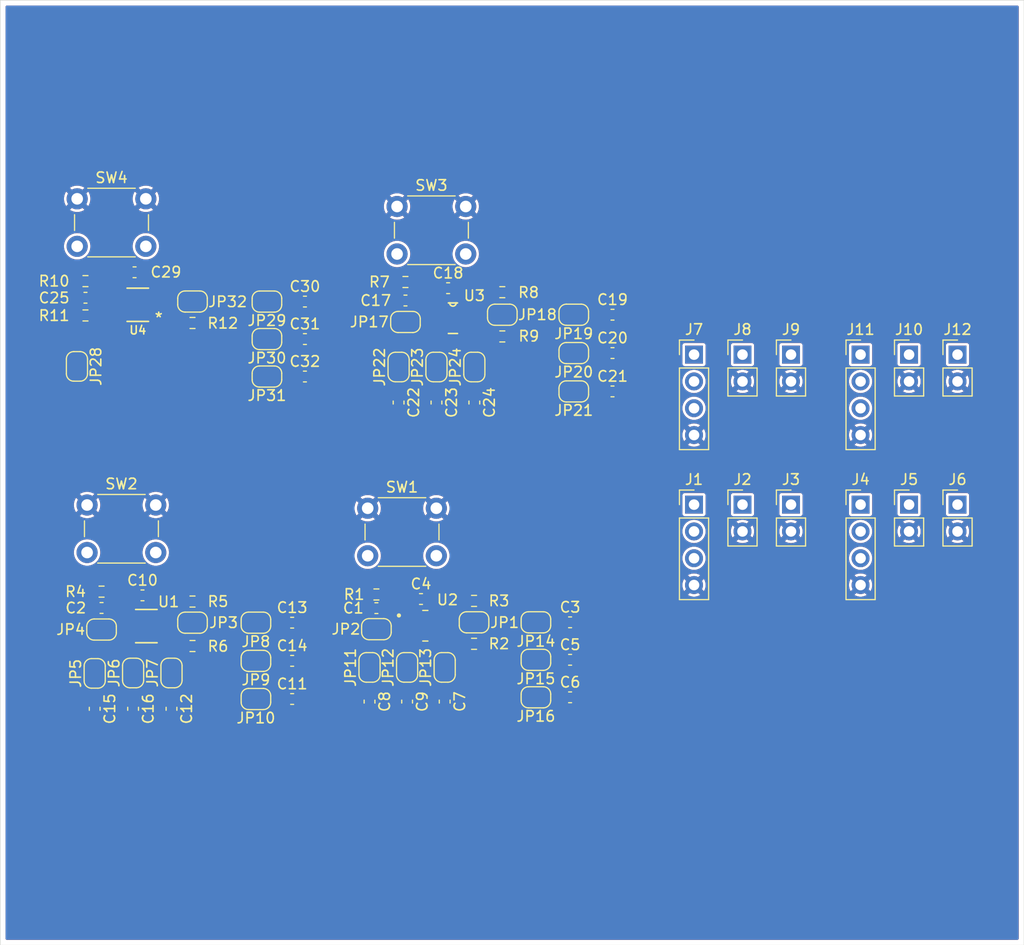
<source format=kicad_pcb>
(kicad_pcb (version 20241229) (generator "pcbnew") (generator_version "9.0")
  (layers (0 "F.Cu" signal) (2 "B.Cu" signal) (13 "F.Paste" user) (15 "B.Paste" user) (5 "F.SilkS" user "F.Silkscreen") (7 "B.SilkS" user "B.Silkscreen") (1 "F.Mask" user) (3 "B.Mask" user) (25 "Edge.Cuts" user))
  (net 0 "")
  (net 1 "Net-(U2-~{PB})")
  (net 2 "GND")
  (net 3 "Net-(U1-*PB)")
  (net 4 "/LTC2950/COFFT")
  (net 5 "VIN")
  (net 6 "/LTC2955/ON")
  (net 7 "/LTC2950/CONT")
  (net 8 "/LTC2954/CPDT")
  (net 9 "/LTC2954/CONT")
  (net 10 "Net-(JP1-B)")
  (net 11 "Net-(JP2-B)")
  (net 12 "Net-(JP3-B)")
  (net 13 "Net-(JP4-B)")
  (net 14 "Net-(R1-Pad1)")
  (net 15 "/LTC2951/~INT")
  (net 16 "VPU")
  (net 17 "/LTC2954/*INT")
  (net 18 "Net-(R4-Pad1)")
  (net 19 "/LTC2954/*KILL")
  (net 20 "/LTC2950/~{INT}")
  (net 21 "/LTC2954/EN{slash}~{EN}")
  (net 22 "/LTC2950/EN{slash}~{EN}")
  (net 23 "Net-(JP14-A)")
  (net 24 "Net-(JP15-A)")
  (net 25 "Net-(JP16-A)")
  (net 26 "Net-(JP13-A)")
  (net 27 "Net-(JP11-A)")
  (net 28 "Net-(JP12-A)")
  (net 29 "Net-(JP10-A)")
  (net 30 "Net-(JP7-A)")
  (net 31 "Net-(JP8-A)")
  (net 32 "Net-(JP9-A)")
  (net 33 "Net-(JP5-A)")
  (net 34 "Net-(JP6-A)")
  (net 35 "Net-(U3-~PB)")
  (net 36 "Net-(JP19-A)")
  (net 37 "Net-(JP20-A)")
  (net 38 "Net-(JP21-A)")
  (net 39 "Net-(JP22-A)")
  (net 40 "Net-(JP23-A)")
  (net 41 "Net-(JP24-A)")
  (net 42 "Net-(U4-*PB)")
  (net 43 "Net-(JP29-A)")
  (net 44 "Net-(JP30-A)")
  (net 45 "Net-(JP31-A)")
  (net 46 "Net-(JP17-B)")
  (net 47 "/LTC2951/CKILL")
  (net 48 "Net-(JP18-B)")
  (net 49 "/LTC2951/COFFT")
  (net 50 "/LTC2955/CTMR")
  (net 51 "Net-(JP32-B)")
  (net 52 "Net-(R7-Pad1)")
  (net 53 "/LTC2951/~KILL")
  (net 54 "/LTC2950/~{KILL}")
  (net 55 "Net-(R10-Pad1)")
  (net 56 "/LTC2955/*INT")
  (net 57 "/LTC2955/*KILL")
  (net 58 "/LTC2951/EN{slash}~{EN}")
  (net 59 "/LTC2955/EN{slash}~{EN}")
  (footprint "Connector_PinHeader_2.54mm:PinHeader_1x02_P2.54mm_Vertical" (layer "F.Cu") (at 185.714 83.4784)
    (property "Reference" "J10" (at 0 -2.38 0) (layer "F.SilkS"))
    (property "Value" "Conn_01x02")
    (pad "1" thru_hole rect (at 0 0) (size 1.7 1.7) (drill 1) (layers "*.Cu" "*.Mask") (net 59 "/LTC2955/EN{slash}~{EN}"))
    (pad "2" thru_hole circle (at 0 2.54) (size 1.7 1.7) (drill 1) (layers "*.Cu" "*.Mask") (net 2 "GND"))
  )
  (footprint "Jumper:SolderJumper-2_P1.3mm_Open_RoundedPad1.0x1.5mm" (layer "F.Cu") (at 140.9691 84.6528 90)
    (property "Reference" "JP23" (at 0 -1.8 90) (layer "F.SilkS"))
    (property "Value" "JMP2")
    (pad "1" smd custom (at -0.65 0 90) (size 1 0.5) (layers "F.Cu" "F.Mask") (net 40 "Net-(JP23-A)") (options (clearance outline) (anchor rect)) (primitives (gr_circle (center 0 0.25) (end 0.5 0.25) (width 0) (fill yes)) (gr_circle (center 0 -0.25) (end 0.5 -0.25) (width 0) (fill yes)) (gr_poly (pts (xy 0.5 0.75) (xy 0 0.75) (xy 0 -0.75) (xy 0.5 -0.75)) (width 0) (fill yes))))
    (pad "2" smd custom (at 0.65 0 90) (size 1 0.5) (layers "F.Cu" "F.Mask") (net 47 "/LTC2951/CKILL") (options (clearance outline) (anchor rect)) (primitives (gr_circle (center 0 0.25) (end 0.5 0.25) (width 0) (fill yes)) (gr_circle (center 0 -0.25) (end 0.5 -0.25) (width 0) (fill yes)) (gr_poly (pts (xy 0 0.75) (xy -0.5 0.75) (xy -0.5 -0.75) (xy 0 -0.75)) (width 0) (fill yes))))
  )
  (footprint "Capacitor_SMD:C_0603_1608Metric" (layer "F.Cu") (at 107.7374 78.0926 180)
    (property "Reference" "C25" (at 2.9718 -0.015 0) (layer "F.SilkS"))
    (property "Value" "100nF/25V")
    (pad "1" smd roundrect (at -0.775 0 180) (size 0.9 0.95) (layers "F.Cu" "F.Mask" "F.Paste") (net 42 "Net-(U4-*PB)"))
    (pad "2" smd roundrect (at 0.775 0 180) (size 0.9 0.95) (layers "F.Cu" "F.Mask" "F.Paste") (net 2 "GND"))
  )
  (footprint "Resistor_SMD:R_0603_1608Metric" (layer "F.Cu") (at 147.2026 81.7572)
    (property "Reference" "R9" (at 2.5146 -0.0254 0) (layer "F.SilkS"))
    (property "Value" "10K")
    (pad "1" smd roundrect (at -0.825 0) (size 0.8 0.95) (layers "F.Cu" "F.Mask" "F.Paste") (net 15 "/LTC2951/~INT"))
    (pad "2" smd roundrect (at 0.825 0) (size 0.8 0.95) (layers "F.Cu" "F.Mask" "F.Paste") (net 16 "VPU"))
  )
  (footprint "Connector_PinHeader_2.54mm:PinHeader_1x04_P2.54mm_Vertical" (layer "F.Cu") (at 165.354 83.4784)
    (property "Reference" "J7" (at 0 -2.38 0) (layer "F.SilkS"))
    (property "Value" "Conn_01x04")
    (pad "1" thru_hole rect (at 0 0) (size 1.7 1.7) (drill 1) (layers "*.Cu" "*.Mask") (net 16 "VPU"))
    (pad "2" thru_hole circle (at 0 2.54) (size 1.7 1.7) (drill 1) (layers "*.Cu" "*.Mask") (net 20 "/LTC2950/~{INT}"))
    (pad "3" thru_hole circle (at 0 5.08) (size 1.7 1.7) (drill 1) (layers "*.Cu" "*.Mask") (net 54 "/LTC2950/~{KILL}"))
    (pad "4" thru_hole circle (at 0 7.62) (size 1.7 1.7) (drill 1) (layers "*.Cu" "*.Mask") (net 2 "GND"))
  )
  (footprint "Jumper:SolderJumper-2_P1.3mm_Open_RoundedPad1.0x1.5mm" (layer "F.Cu") (at 138.1897 113.1088 90)
    (property "Reference" "JP12" (at 0 -1.8 90) (layer "F.SilkS"))
    (property "Value" "JMP2")
    (pad "1" smd custom (at -0.65 0 90) (size 1 0.5) (layers "F.Cu" "F.Mask") (net 28 "Net-(JP12-A)") (options (clearance outline) (anchor rect)) (primitives (gr_circle (center 0 0.25) (end 0.5 0.25) (width 0) (fill yes)) (gr_circle (center 0 -0.25) (end 0.5 -0.25) (width 0) (fill yes)) (gr_poly (pts (xy 0.5 0.75) (xy 0 0.75) (xy 0 -0.75) (xy 0.5 -0.75)) (width 0) (fill yes))))
    (pad "2" smd custom (at 0.65 0 90) (size 1 0.5) (layers "F.Cu" "F.Mask") (net 7 "/LTC2950/CONT") (options (clearance outline) (anchor rect)) (primitives (gr_circle (center 0 0.25) (end 0.5 0.25) (width 0) (fill yes)) (gr_circle (center 0 -0.25) (end 0.5 -0.25) (width 0) (fill yes)) (gr_poly (pts (xy 0 0.75) (xy -0.5 0.75) (xy -0.5 -0.75) (xy 0 -0.75)) (width 0) (fill yes))))
  )
  (footprint "Capacitor_SMD:C_0603_1608Metric" (layer "F.Cu") (at 127.3048 108.8722)
    (property "Reference" "C13" (at 0 -1.43 0) (layer "F.SilkS"))
    (property "Value" "470nF")
    (pad "1" smd roundrect (at -0.775 0) (size 0.9 0.95) (layers "F.Cu" "F.Mask" "F.Paste") (net 31 "Net-(JP8-A)"))
    (pad "2" smd roundrect (at 0.775 0) (size 0.9 0.95) (layers "F.Cu" "F.Mask" "F.Paste") (net 2 "GND"))
  )
  (footprint "LTC2954CTS8-2:LTC2954CTS8-2" (layer "F.Cu") (at 113.5022 109.1972)
    (property "Reference" "U1" (at 2.1082 -2.3016 0) (layer "F.SilkS"))
    (property "Value" "LTC2954CTS8-2_TRPBF")
    (pad "1" smd rect (at -1.143 -0.975) (size 1.2192 0.4064) (layers "F.Cu" "F.Mask" "F.Paste") (net 5 "VIN"))
    (pad "2" smd rect (at -1.143 -0.325) (size 1.2192 0.4064) (layers "F.Cu" "F.Mask" "F.Paste") (net 3 "Net-(U1-*PB)"))
    (pad "3" smd rect (at -1.143 0.325) (size 1.2192 0.4064) (layers "F.Cu" "F.Mask" "F.Paste") (net 13 "Net-(JP4-B)"))
    (pad "4" smd rect (at -1.143 0.975) (size 1.2192 0.4064) (layers "F.Cu" "F.Mask" "F.Paste") (net 2 "GND"))
    (pad "5" smd rect (at 1.143 0.975) (size 1.2192 0.4064) (layers "F.Cu" "F.Mask" "F.Paste") (net 17 "/LTC2954/*INT"))
    (pad "6" smd rect (at 1.143 0.325) (size 1.2192 0.4064) (layers "F.Cu" "F.Mask" "F.Paste") (net 21 "/LTC2954/EN{slash}~{EN}"))
    (pad "7" smd rect (at 1.143 -0.325) (size 1.2192 0.4064) (layers "F.Cu" "F.Mask" "F.Paste") (net 12 "Net-(JP3-B)"))
    (pad "8" smd rect (at 1.143 -0.975) (size 1.2192 0.4064) (layers "F.Cu" "F.Mask" "F.Paste") (net 19 "/LTC2954/*KILL"))
  )
  (footprint "Button_Switch_THT:SW_PUSH_6mm" (layer "F.Cu") (at 134.4572 98.0318)
    (property "Reference" "SW1" (at 3.25 -2 0) (layer "F.SilkS"))
    (property "Value" "SW_Push")
    (pad "1" thru_hole circle (at 0 0 90) (size 2 2) (drill 1.1) (layers "*.Cu" "*.Mask") (net 2 "GND"))
    (pad "1" thru_hole circle (at 6.5 0 90) (size 2 2) (drill 1.1) (layers "*.Cu" "*.Mask") (net 2 "GND"))
    (pad "2" thru_hole circle (at 0 4.5 90) (size 2 2) (drill 1.1) (layers "*.Cu" "*.Mask") (net 14 "Net-(R1-Pad1)"))
    (pad "2" thru_hole circle (at 6.5 4.5 90) (size 2 2) (drill 1.1) (layers "*.Cu" "*.Mask") (net 14 "Net-(R1-Pad1)"))
  )
  (footprint "Capacitor_SMD:C_0603_1608Metric" (layer "F.Cu") (at 128.5146 82.0042)
    (property "Reference" "C31" (at 0 -1.43 0) (layer "F.SilkS"))
    (property "Value" "1uF")
    (pad "1" smd roundrect (at -0.775 0) (size 0.9 0.95) (layers "F.Cu" "F.Mask" "F.Paste") (net 44 "Net-(JP30-A)"))
    (pad "2" smd roundrect (at 0.775 0) (size 0.9 0.95) (layers "F.Cu" "F.Mask" "F.Paste") (net 2 "GND"))
  )
  (footprint "Capacitor_SMD:C_0603_1608Metric" (layer "F.Cu") (at 112.3856 75.6796)
    (property "Reference" "C29" (at 2.9718 -0.015 0) (layer "F.SilkS"))
    (property "Value" "100nF/25V")
    (pad "1" smd roundrect (at -0.775 0) (size 0.9 0.95) (layers "F.Cu" "F.Mask" "F.Paste") (net 5 "VIN"))
    (pad "2" smd roundrect (at 0.775 0) (size 0.9 0.95) (layers "F.Cu" "F.Mask" "F.Paste") (net 2 "GND"))
  )
  (footprint "Jumper:SolderJumper-2_P1.3mm_Open_RoundedPad1.0x1.5mm" (layer "F.Cu") (at 108.6104 113.6774 90)
    (property "Reference" "JP5" (at 0 -1.8 90) (layer "F.SilkS"))
    (property "Value" "JMP2")
    (pad "1" smd custom (at -0.65 0 90) (size 1 0.5) (layers "F.Cu" "F.Mask") (net 33 "Net-(JP5-A)") (options (clearance outline) (anchor rect)) (primitives (gr_circle (center 0 0.25) (end 0.5 0.25) (width 0) (fill yes)) (gr_circle (center 0 -0.25) (end 0.5 -0.25) (width 0) (fill yes)) (gr_poly (pts (xy 0.5 0.75) (xy 0 0.75) (xy 0 -0.75) (xy 0.5 -0.75)) (width 0) (fill yes))))
    (pad "2" smd custom (at 0.65 0 90) (size 1 0.5) (layers "F.Cu" "F.Mask") (net 9 "/LTC2954/CONT") (options (clearance outline) (anchor rect)) (primitives (gr_circle (center 0 0.25) (end 0.5 0.25) (width 0) (fill yes)) (gr_circle (center 0 -0.25) (end 0.5 -0.25) (width 0) (fill yes)) (gr_poly (pts (xy 0 0.75) (xy -0.5 0.75) (xy -0.5 -0.75) (xy 0 -0.75)) (width 0) (fill yes))))
  )
  (footprint "Capacitor_SMD:C_0603_1608Metric" (layer "F.Cu") (at 157.636 86.9642)
    (property "Reference" "C21" (at 0 -1.43 0) (layer "F.SilkS"))
    (property "Value" "1uF")
    (pad "1" smd roundrect (at -0.775 0) (size 0.9 0.95) (layers "F.Cu" "F.Mask" "F.Paste") (net 38 "Net-(JP21-A)"))
    (pad "2" smd roundrect (at 0.775 0) (size 0.9 0.95) (layers "F.Cu" "F.Mask" "F.Paste") (net 2 "GND"))
  )
  (footprint "Capacitor_SMD:C_0603_1608Metric" (layer "F.Cu") (at 134.6322 116.347 -90)
    (property "Reference" "C8" (at 0 -1.43 90) (layer "F.SilkS"))
    (property "Value" "78nF")
    (pad "1" smd roundrect (at -0.775 0 270) (size 0.9 0.95) (layers "F.Cu" "F.Mask" "F.Paste") (net 27 "Net-(JP11-A)"))
    (pad "2" smd roundrect (at 0.775 0 270) (size 0.9 0.95) (layers "F.Cu" "F.Mask" "F.Paste") (net 2 "GND"))
  )
  (footprint "Connector_PinHeader_2.54mm:PinHeader_1x02_P2.54mm_Vertical" (layer "F.Cu") (at 169.944 83.4784)
    (property "Reference" "J8" (at 0 -2.38 0) (layer "F.SilkS"))
    (property "Value" "Conn_01x02")
    (pad "1" thru_hole rect (at 0 0) (size 1.7 1.7) (drill 1) (layers "*.Cu" "*.Mask") (net 5 "VIN"))
    (pad "2" thru_hole circle (at 0 2.54) (size 1.7 1.7) (drill 1) (layers "*.Cu" "*.Mask") (net 2 "GND"))
  )
  (footprint "Connector_PinHeader_2.54mm:PinHeader_1x02_P2.54mm_Vertical" (layer "F.Cu") (at 190.304 97.6884)
    (property "Reference" "J6" (at 0 -2.38 0) (layer "F.SilkS"))
    (property "Value" "Conn_01x02")
    (pad "1" thru_hole rect (at 0 0) (size 1.7 1.7) (drill 1) (layers "*.Cu" "*.Mask") (net 21 "/LTC2954/EN{slash}~{EN}"))
    (pad "2" thru_hole circle (at 0 2.54) (size 1.7 1.7) (drill 1) (layers "*.Cu" "*.Mask") (net 2 "GND"))
  )
  (footprint "Capacitor_SMD:C_0603_1608Metric" (layer "F.Cu") (at 128.5146 78.4542)
    (property "Reference" "C30" (at 0 -1.43 0) (layer "F.SilkS"))
    (property "Value" "560nF")
    (pad "1" smd roundrect (at -0.775 0) (size 0.9 0.95) (layers "F.Cu" "F.Mask" "F.Paste") (net 43 "Net-(JP29-A)"))
    (pad "2" smd roundrect (at 0.775 0) (size 0.9 0.95) (layers "F.Cu" "F.Mask" "F.Paste") (net 2 "GND"))
  )
  (footprint "Jumper:SolderJumper-2_P1.3mm_Open_RoundedPad1.0x1.5mm" (layer "F.Cu") (at 134.6322 113.1088 90)
    (property "Reference" "JP11" (at 0 -1.8 90) (layer "F.SilkS"))
    (property "Value" "JMP2")
    (pad "1" smd custom (at -0.65 0 90) (size 1 0.5) (layers "F.Cu" "F.Mask") (net 27 "Net-(JP11-A)") (options (clearance outline) (anchor rect)) (primitives (gr_circle (center 0 0.25) (end 0.5 0.25) (width 0) (fill yes)) (gr_circle (center 0 -0.25) (end 0.5 -0.25) (width 0) (fill yes)) (gr_poly (pts (xy 0.5 0.75) (xy 0 0.75) (xy 0 -0.75) (xy 0.5 -0.75)) (width 0) (fill yes))))
    (pad "2" smd custom (at 0.65 0 90) (size 1 0.5) (layers "F.Cu" "F.Mask") (net 7 "/LTC2950/CONT") (options (clearance outline) (anchor rect)) (primitives (gr_circle (center 0 0.25) (end 0.5 0.25) (width 0) (fill yes)) (gr_circle (center 0 -0.25) (end 0.5 -0.25) (width 0) (fill yes)) (gr_poly (pts (xy 0 0.75) (xy -0.5 0.75) (xy -0.5 -0.75) (xy 0 -0.75)) (width 0) (fill yes))))
  )
  (footprint "Capacitor_SMD:C_0603_1608Metric" (layer "F.Cu") (at 140.9691 88.018 -90)
    (property "Reference" "C23" (at 0 -1.43 90) (layer "F.SilkS"))
    (property "Value" "160nF")
    (pad "1" smd roundrect (at -0.775 0 270) (size 0.9 0.95) (layers "F.Cu" "F.Mask" "F.Paste") (net 40 "Net-(JP23-A)"))
    (pad "2" smd roundrect (at 0.775 0 270) (size 0.9 0.95) (layers "F.Cu" "F.Mask" "F.Paste") (net 2 "GND"))
  )
  (footprint "Capacitor_SMD:C_0603_1608Metric" (layer "F.Cu") (at 127.3048 116.1038)
    (property "Reference" "C11" (at 0 -1.43 0) (layer "F.SilkS"))
    (property "Value" "1uF")
    (pad "1" smd roundrect (at -0.775 0) (size 0.9 0.95) (layers "F.Cu" "F.Mask" "F.Paste") (net 29 "Net-(JP10-A)"))
    (pad "2" smd roundrect (at 0.775 0) (size 0.9 0.95) (layers "F.Cu" "F.Mask" "F.Paste") (net 2 "GND"))
  )
  (footprint "Capacitor_SMD:C_0603_1608Metric" (layer "F.Cu") (at 142.0718 77.1852)
    (property "Reference" "C18" (at 0 -1.43 0) (layer "F.SilkS"))
    (property "Value" "100nF/25V")
    (pad "1" smd roundrect (at -0.775 0) (size 0.9 0.95) (layers "F.Cu" "F.Mask" "F.Paste") (net 5 "VIN"))
    (pad "2" smd roundrect (at 0.775 0) (size 0.9 0.95) (layers "F.Cu" "F.Mask" "F.Paste") (net 2 "GND"))
  )
  (footprint "Jumper:SolderJumper-2_P1.3mm_Open_RoundedPad1.0x1.5mm" (layer "F.Cu") (at 106.9306 84.595 -90)
    (property "Reference" "JP28" (at 0 -1.8 90) (layer "F.SilkS"))
    (property "Value" "JMP2")
    (pad "1" smd custom (at -0.65 0 270) (size 1 0.5) (layers "F.Cu" "F.Mask") (net 2 "GND") (options (clearance outline) (anchor rect)) (primitives (gr_circle (center 0 0.25) (end 0.5 0.25) (width 0) (fill yes)) (gr_circle (center 0 -0.25) (end 0.5 -0.25) (width 0) (fill yes)) (gr_poly (pts (xy 0.5 0.75) (xy 0 0.75) (xy 0 -0.75) (xy 0.5 -0.75)) (width 0) (fill yes))))
    (pad "2" smd custom (at 0.65 0 270) (size 1 0.5) (layers "F.Cu" "F.Mask") (net 6 "/LTC2955/ON") (options (clearance outline) (anchor rect)) (primitives (gr_circle (center 0 0.25) (end 0.5 0.25) (width 0) (fill yes)) (gr_circle (center 0 -0.25) (end 0.5 -0.25) (width 0) (fill yes)) (gr_poly (pts (xy 0 0.75) (xy -0.5 0.75) (xy -0.5 -0.75) (xy 0 -0.75)) (width 0) (fill yes))))
  )
  (footprint "LTC2951ITS8-1:LTC2951ITS8-1" (layer "F.Cu") (at 142.529 80.03)
    (property "Reference" "U3" (at 2.032 -2.1336 0) (layer "F.SilkS"))
    (property "Value" "LTC2951ITS8-1")
    (pad "1" smd rect (at -1.2192 -0.9652) (size 1.2192 0.4064) (layers "F.Cu" "F.Mask" "F.Paste") (net 5 "VIN"))
    (pad "2" smd rect (at -1.2192 -0.3302) (size 1.2192 0.4064) (layers "F.Cu" "F.Mask" "F.Paste") (net 35 "Net-(U3-~PB)"))
    (pad "3" smd rect (at -1.2192 0.3302) (size 1.2192 0.4064) (layers "F.Cu" "F.Mask" "F.Paste") (net 46 "Net-(JP17-B)"))
    (pad "4" smd rect (at -1.2192 0.9652) (size 1.2192 0.4064) (layers "F.Cu" "F.Mask" "F.Paste") (net 2 "GND"))
    (pad "5" smd rect (at 1.2192 0.9652) (size 1.2192 0.4064) (layers "F.Cu" "F.Mask" "F.Paste") (net 15 "/LTC2951/~INT"))
    (pad "6" smd rect (at 1.2192 0.3302) (size 1.2192 0.4064) (layers "F.Cu" "F.Mask" "F.Paste") (net 58 "/LTC2951/EN{slash}~{EN}"))
    (pad "7" smd rect (at 1.2192 -0.3302) (size 1.2192 0.4064) (layers "F.Cu" "F.Mask" "F.Paste") (net 48 "Net-(JP18-B)"))
    (pad "8" smd rect (at 1.2192 -0.9652) (size 1.2192 0.4064) (layers "F.Cu" "F.Mask" "F.Paste") (net 53 "/LTC2951/~KILL"))
  )
  (footprint "Capacitor_SMD:C_0603_1608Metric" (layer "F.Cu") (at 144.555 88.018 -90)
    (property "Reference" "C24" (at 0 -1.43 90) (layer "F.SilkS"))
    (property "Value" "470nF")
    (pad "1" smd roundrect (at -0.775 0 270) (size 0.9 0.95) (layers "F.Cu" "F.Mask" "F.Paste") (net 41 "Net-(JP24-A)"))
    (pad "2" smd roundrect (at 0.775 0 270) (size 0.9 0.95) (layers "F.Cu" "F.Mask" "F.Paste") (net 2 "GND"))
  )
  (footprint "Jumper:SolderJumper-2_P1.3mm_Open_RoundedPad1.0x1.5mm" (layer "F.Cu") (at 150.3848 115.9416 180)
    (property "Reference" "JP16" (at 0 -1.8 0) (layer "F.SilkS"))
    (property "Value" "JMP2")
    (pad "1" smd custom (at -0.65 0 180) (size 1 0.5) (layers "F.Cu" "F.Mask") (net 25 "Net-(JP16-A)") (options (clearance outline) (anchor rect)) (primitives (gr_circle (center 0 0.25) (end 0.5 0.25) (width 0) (fill yes)) (gr_circle (center 0 -0.25) (end 0.5 -0.25) (width 0) (fill yes)) (gr_poly (pts (xy 0.5 0.75) (xy 0 0.75) (xy 0 -0.75) (xy 0.5 -0.75)) (width 0) (fill yes))))
    (pad "2" smd custom (at 0.65 0 180) (size 1 0.5) (layers "F.Cu" "F.Mask") (net 4 "/LTC2950/COFFT") (options (clearance outline) (anchor rect)) (primitives (gr_circle (center 0 0.25) (end 0.5 0.25) (width 0) (fill yes)) (gr_circle (center 0 -0.25) (end 0.5 -0.25) (width 0) (fill yes)) (gr_poly (pts (xy 0 0.75) (xy -0.5 0.75) (xy -0.5 -0.75) (xy 0 -0.75)) (width 0) (fill yes))))
  )
  (footprint "Connector_PinHeader_2.54mm:PinHeader_1x04_P2.54mm_Vertical" (layer "F.Cu") (at 181.124 83.4784)
    (property "Reference" "J11" (at 0 -2.38 0) (layer "F.SilkS"))
    (property "Value" "Conn_01x04")
    (pad "1" thru_hole rect (at 0 0) (size 1.7 1.7) (drill 1) (layers "*.Cu" "*.Mask") (net 16 "VPU"))
    (pad "2" thru_hole circle (at 0 2.54) (size 1.7 1.7) (drill 1) (layers "*.Cu" "*.Mask") (net 56 "/LTC2955/*INT"))
    (pad "3" thru_hole circle (at 0 5.08) (size 1.7 1.7) (drill 1) (layers "*.Cu" "*.Mask") (net 57 "/LTC2955/*KILL"))
    (pad "4" thru_hole circle (at 0 7.62) (size 1.7 1.7) (drill 1) (layers "*.Cu" "*.Mask") (net 2 "GND"))
  )
  (footprint "Jumper:SolderJumper-2_P1.3mm_Open_RoundedPad1.0x1.5mm" (layer "F.Cu") (at 135.2822 109.487)
    (property "Reference" "JP2" (at -2.8806 0 0) (layer "F.SilkS"))
    (property "Value" "JMP2")
    (pad "1" smd custom (at -0.65 0) (size 1 0.5) (layers "F.Cu" "F.Mask") (net 7 "/LTC2950/CONT") (options (clearance outline) (anchor rect)) (primitives (gr_circle (center 0 0.25) (end 0.5 0.25) (width 0) (fill yes)) (gr_circle (center 0 -0.25) (end 0.5 -0.25) (width 0) (fill yes)) (gr_poly (pts (xy 0.5 0.75) (xy 0 0.75) (xy 0 -0.75) (xy 0.5 -0.75)) (width 0) (fill yes))))
    (pad "2" smd custom (at 0.65 0) (size 1 0.5) (layers "F.Cu" "F.Mask") (net 11 "Net-(JP2-B)") (options (clearance outline) (anchor rect)) (primitives (gr_circle (center 0 0.25) (end 0.5 0.25) (width 0) (fill yes)) (gr_circle (center 0 -0.25) (end 0.5 -0.25) (width 0) (fill yes)) (gr_poly (pts (xy 0 0.75) (xy -0.5 0.75) (xy -0.5 -0.75) (xy 0 -0.75)) (width 0) (fill yes))))
  )
  (footprint "Jumper:SolderJumper-2_P1.3mm_Open_RoundedPad1.0x1.5mm" (layer "F.Cu") (at 109.2604 109.5222)
    (property "Reference" "JP4" (at -2.921 0 0) (layer "F.SilkS"))
    (property "Value" "JMP2")
    (pad "1" smd custom (at -0.65 0) (size 1 0.5) (layers "F.Cu" "F.Mask") (net 9 "/LTC2954/CONT") (options (clearance outline) (anchor rect)) (primitives (gr_circle (center 0 0.25) (end 0.5 0.25) (width 0) (fill yes)) (gr_circle (center 0 -0.25) (end 0.5 -0.25) (width 0) (fill yes)) (gr_poly (pts (xy 0.5 0.75) (xy 0 0.75) (xy 0 -0.75) (xy 0.5 -0.75)) (width 0) (fill yes))))
    (pad "2" smd custom (at 0.65 0) (size 1 0.5) (layers "F.Cu" "F.Mask") (net 13 "Net-(JP4-B)") (options (clearance outline) (anchor rect)) (primitives (gr_circle (center 0 0.25) (end 0.5 0.25) (width 0) (fill yes)) (gr_circle (center 0 -0.25) (end 0.5 -0.25) (width 0) (fill yes)) (gr_poly (pts (xy 0 0.75) (xy -0.5 0.75) (xy -0.5 -0.75) (xy 0 -0.75)) (width 0) (fill yes))))
  )
  (footprint "Resistor_SMD:R_0603_1608Metric" (layer "F.Cu") (at 117.872 80.4802)
    (property "Reference" "R12" (at 2.8702 0.0254 0) (layer "F.SilkS"))
    (property "Value" "10K")
    (pad "1" smd roundrect (at -0.825 0) (size 0.8 0.95) (layers "F.Cu" "F.Mask" "F.Paste") (net 57 "/LTC2955/*KILL"))
    (pad "2" smd roundrect (at 0.825 0) (size 0.8 0.95) (layers "F.Cu" "F.Mask" "F.Paste") (net 16 "VPU"))
  )
  (footprint "Resistor_SMD:R_0603_1608Metric" (layer "F.Cu") (at 147.2026 77.5662)
    (property "Reference" "R8" (at 2.4892 0.0254 0) (layer "F.SilkS"))
    (property "Value" "10K")
    (pad "1" smd roundrect (at -0.825 0) (size 0.8 0.95) (layers "F.Cu" "F.Mask" "F.Paste") (net 53 "/LTC2951/~KILL"))
    (pad "2" smd roundrect (at 0.825 0) (size 0.8 0.95) (layers "F.Cu" "F.Mask" "F.Paste") (net 16 "VPU"))
  )
  (footprint "Capacitor_SMD:C_0603_1608Metric" (layer "F.Cu") (at 127.3048 112.488)
    (property "Reference" "C14" (at 0 -1.43 0) (layer "F.SilkS"))
    (property "Value" "780nF")
    (pad "1" smd roundrect (at -0.775 0) (size 0.9 0.95) (layers "F.Cu" "F.Mask" "F.Paste") (net 32 "Net-(JP9-A)"))
    (pad "2" smd roundrect (at 0.775 0) (size 0.9 0.95) (layers "F.Cu" "F.Mask" "F.Paste") (net 2 "GND"))
  )
  (footprint "Capacitor_SMD:C_0603_1608Metric" (layer "F.Cu") (at 115.8816 117.0302 -90)
    (property "Reference" "C12" (at 0 -1.43 90) (layer "F.SilkS"))
    (property "Value" "320")
    (pad "1" smd roundrect (at -0.775 0 270) (size 0.9 0.95) (layers "F.Cu" "F.Mask" "F.Paste") (net 30 "Net-(JP7-A)"))
    (pad "2" smd roundrect (at 0.775 0 270) (size 0.9 0.95) (layers "F.Cu" "F.Mask" "F.Paste") (net 2 "GND"))
  )
  (footprint "Capacitor_SMD:C_0603_1608Metric" (layer "F.Cu") (at 113.1342 106.286)
    (property "Reference" "C10" (at 0 -1.43 0) (layer "F.SilkS"))
    (property "Value" "100nF/25V")
    (pad "1" smd roundrect (at -0.775 0) (size 0.9 0.95) (layers "F.Cu" "F.Mask" "F.Paste") (net 5 "VIN"))
    (pad "2" smd roundrect (at 0.775 0) (size 0.9 0.95) (layers "F.Cu" "F.Mask" "F.Paste") (net 2 "GND"))
  )
  (footprint "Resistor_SMD:R_0603_1608Metric" (layer "F.Cu") (at 144.5278 110.8736)
    (property "Reference" "R2" (at 2.3622 0 0) (layer "F.SilkS"))
    (property "Value" "10K")
    (pad "1" smd roundrect (at -0.825 0) (size 0.8 0.95) (layers "F.Cu" "F.Mask" "F.Paste") (net 20 "/LTC2950/~{INT}"))
    (pad "2" smd roundrect (at 0.825 0) (size 0.8 0.95) (layers "F.Cu" "F.Mask" "F.Paste") (net 16 "VPU"))
  )
  (footprint "Jumper:SolderJumper-2_P1.3mm_Open_RoundedPad1.0x1.5mm" (layer "F.Cu") (at 115.8816 113.637 90)
    (property "Reference" "JP7" (at 0 -1.8 90) (layer "F.SilkS"))
    (property "Value" "JMP2")
    (pad "1" smd custom (at -0.65 0 90) (size 1 0.5) (layers "F.Cu" "F.Mask") (net 30 "Net-(JP7-A)") (options (clearance outline) (anchor rect)) (primitives (gr_circle (center 0 0.25) (end 0.5 0.25) (width 0) (fill yes)) (gr_circle (center 0 -0.25) (end 0.5 -0.25) (width 0) (fill yes)) (gr_poly (pts (xy 0.5 0.75) (xy 0 0.75) (xy 0 -0.75) (xy 0.5 -0.75)) (width 0) (fill yes))))
    (pad "2" smd custom (at 0.65 0 90) (size 1 0.5) (layers "F.Cu" "F.Mask") (net 9 "/LTC2954/CONT") (options (clearance outline) (anchor rect)) (primitives (gr_circle (center 0 0.25) (end 0.5 0.25) (width 0) (fill yes)) (gr_circle (center 0 -0.25) (end 0.5 -0.25) (width 0) (fill yes)) (gr_poly (pts (xy 0 0.75) (xy -0.5 0.75) (xy -0.5 -0.75) (xy 0 -0.75)) (width 0) (fill yes))))
  )
  (footprint "Jumper:SolderJumper-2_P1.3mm_Open_RoundedPad1.0x1.5mm" (layer "F.Cu") (at 150.3848 112.3893 180)
    (property "Reference" "JP15" (at 0 -1.8 0) (layer "F.SilkS"))
    (property "Value" "JMP2")
    (pad "1" smd custom (at -0.65 0 180) (size 1 0.5) (layers "F.Cu" "F.Mask") (net 24 "Net-(JP15-A)") (options (clearance outline) (anchor rect)) (primitives (gr_circle (center 0 0.25) (end 0.5 0.25) (width 0) (fill yes)) (gr_circle (center 0 -0.25) (end 0.5 -0.25) (width 0) (fill yes)) (gr_poly (pts (xy 0.5 0.75) (xy 0 0.75) (xy 0 -0.75) (xy 0.5 -0.75)) (width 0) (fill yes))))
    (pad "2" smd custom (at 0.65 0 180) (size 1 0.5) (layers "F.Cu" "F.Mask") (net 4 "/LTC2950/COFFT") (options (clearance outline) (anchor rect)) (primitives (gr_circle (center 0 0.25) (end 0.5 0.25) (width 0) (fill yes)) (gr_circle (center 0 -0.25) (end 0.5 -0.25) (width 0) (fill yes)) (gr_poly (pts (xy 0 0.75) (xy -0.5 0.75) (xy -0.5 -0.75) (xy 0 -0.75)) (width 0) (fill yes))))
  )
  (footprint "Jumper:SolderJumper-2_P1.3mm_Open_RoundedPad1.0x1.5mm" (layer "F.Cu") (at 153.9694 86.9642 180)
    (property "Reference" "JP21" (at 0 -1.8 0) (layer "F.SilkS"))
    (property "Value" "JMP2")
    (pad "1" smd custom (at -0.65 0 180) (size 1 0.5) (layers "F.Cu" "F.Mask") (net 38 "Net-(JP21-A)") (options (clearance outline) (anchor rect)) (primitives (gr_circle (center 0 0.25) (end 0.5 0.25) (width 0) (fill yes)) (gr_circle (center 0 -0.25) (end 0.5 -0.25) (width 0) (fill yes)) (gr_poly (pts (xy 0.5 0.75) (xy 0 0.75) (xy 0 -0.75) (xy 0.5 -0.75)) (width 0) (fill yes))))
    (pad "2" smd custom (at 0.65 0 180) (size 1 0.5) (layers "F.Cu" "F.Mask") (net 49 "/LTC2951/COFFT") (options (clearance outline) (anchor rect)) (primitives (gr_circle (center 0 0.25) (end 0.5 0.25) (width 0) (fill yes)) (gr_circle (center 0 -0.25) (end 0.5 -0.25) (width 0) (fill yes)) (gr_poly (pts (xy 0 0.75) (xy -0.5 0.75) (xy -0.5 -0.75) (xy 0 -0.75)) (width 0) (fill yes))))
  )
  (footprint "Resistor_SMD:R_0603_1608Metric" (layer "F.Cu") (at 107.7374 76.5178)
    (property "Reference" "R10" (at -2.9718 0 0) (layer "F.SilkS"))
    (property "Value" "5K1")
    (pad "1" smd roundrect (at -0.825 0) (size 0.8 0.95) (layers "F.Cu" "F.Mask" "F.Paste") (net 55 "Net-(R10-Pad1)"))
    (pad "2" smd roundrect (at 0.825 0) (size 0.8 0.95) (layers "F.Cu" "F.Mask" "F.Paste") (net 42 "Net-(U4-*PB)"))
  )
  (footprint "Jumper:SolderJumper-2_P1.3mm_Open_RoundedPad1.0x1.5mm" (layer "F.Cu") (at 137.3832 84.6528 90)
    (property "Reference" "JP22" (at 0 -1.8 90) (layer "F.SilkS"))
    (property "Value" "JMP2")
    (pad "1" smd custom (at -0.65 0 90) (size 1 0.5) (layers "F.Cu" "F.Mask") (net 39 "Net-(JP22-A)") (options (clearance outline) (anchor rect)) (primitives (gr_circle (center 0 0.25) (end 0.5 0.25) (width 0) (fill yes)) (gr_circle (center 0 -0.25) (end 0.5 -0.25) (width 0) (fill yes)) (gr_poly (pts (xy 0.5 0.75) (xy 0 0.75) (xy 0 -0.75) (xy 0.5 -0.75)) (width 0) (fill yes))))
    (pad "2" smd custom (at 0.65 0 90) (size 1 0.5) (layers "F.Cu" "F.Mask") (net 47 "/LTC2951/CKILL") (options (clearance outline) (anchor rect)) (primitives (gr_circle (center 0 0.25) (end 0.5 0.25) (width 0) (fill yes)) (gr_circle (center 0 -0.25) (end 0.5 -0.25) (width 0) (fill yes)) (gr_poly (pts (xy 0 0.75) (xy -0.5 0.75) (xy -0.5 -0.75) (xy 0 -0.75)) (width 0) (fill yes))))
  )
  (footprint "Connector_PinHeader_2.54mm:PinHeader_1x04_P2.54mm_Vertical" (layer "F.Cu") (at 181.124 97.6884)
    (property "Reference" "J4" (at 0 -2.38 0) (layer "F.SilkS"))
    (property "Value" "Conn_01x04")
    (pad "1" thru_hole rect (at 0 0) (size 1.7 1.7) (drill 1) (layers "*.Cu" "*.Mask") (net 16 "VPU"))
    (pad "2" thru_hole circle (at 0 2.54) (size 1.7 1.7) (drill 1) (layers "*.Cu" "*.Mask") (net 17 "/LTC2954/*INT"))
    (pad "3" thru_hole circle (at 0 5.08) (size 1.7 1.7) (drill 1) (layers "*.Cu" "*.Mask") (net 19 "/LTC2954/*KILL"))
    (pad "4" thru_hole circle (at 0 7.62) (size 1.7 1.7) (drill 1) (layers "*.Cu" "*.Mask") (net 2 "GND"))
  )
  (footprint "Capacitor_SMD:C_0603_1608Metric" (layer "F.Cu") (at 141.7472 116.347 -90)
    (property "Reference" "C7" (at 0 -1.43 90) (layer "F.SilkS"))
    (property "Value" "320nF")
    (pad "1" smd roundrect (at -0.775 0 270) (size 0.9 0.95) (layers "F.Cu" "F.Mask" "F.Paste") (net 26 "Net-(JP13-A)"))
    (pad "2" smd roundrect (at 0.775 0 270) (size 0.9 0.95) (layers "F.Cu" "F.Mask" "F.Paste") (net 2 "GND"))
  )
  (footprint "Jumper:SolderJumper-2_P1.3mm_Open_RoundedPad1.0x1.5mm" (layer "F.Cu") (at 153.9694 79.6998 180)
    (property "Reference" "JP19" (at 0 -1.8 0) (layer "F.SilkS"))
    (property "Value" "JMP2")
    (pad "1" smd custom (at -0.65 0 180) (size 1 0.5) (layers "F.Cu" "F.Mask") (net 36 "Net-(JP19-A)") (options (clearance outline) (anchor rect)) (primitives (gr_circle (center 0 0.25) (end 0.5 0.25) (width 0) (fill yes)) (gr_circle (center 0 -0.25) (end 0.5 -0.25) (width 0) (fill yes)) (gr_poly (pts (xy 0.5 0.75) (xy 0 0.75) (xy 0 -0.75) (xy 0.5 -0.75)) (width 0) (fill yes))))
    (pad "2" smd custom (at 0.65 0 180) (size 1 0.5) (layers "F.Cu" "F.Mask") (net 49 "/LTC2951/COFFT") (options (clearance outline) (anchor rect)) (primitives (gr_circle (center 0 0.25) (end 0.5 0.25) (width 0) (fill yes)) (gr_circle (center 0 -0.25) (end 0.5 -0.25) (width 0) (fill yes)) (gr_poly (pts (xy 0 0.75) (xy -0.5 0.75) (xy -0.5 -0.75) (xy 0 -0.75)) (width 0) (fill yes))))
  )
  (footprint "Capacitor_SMD:C_0603_1608Metric" (layer "F.Cu") (at 157.636 79.6998)
    (property "Reference" "C19" (at 0 -1.43 0) (layer "F.SilkS"))
    (property "Value" "470nF")
    (pad "1" smd roundrect (at -0.775 0) (size 0.9 0.95) (layers "F.Cu" "F.Mask" "F.Paste") (net 36 "Net-(JP19-A)"))
    (pad "2" smd roundrect (at 0.775 0) (size 0.9 0.95) (layers "F.Cu" "F.Mask" "F.Paste") (net 2 "GND"))
  )
  (footprint "Capacitor_SMD:C_0603_1608Metric" (layer "F.Cu") (at 138.0332 78.3536 180)
    (property "Reference" "C17" (at 2.8194 0 0) (layer "F.SilkS"))
    (property "Value" "100nF/25V")
    (pad "1" smd roundrect (at -0.775 0 180) (size 0.9 0.95) (layers "F.Cu" "F.Mask" "F.Paste") (net 35 "Net-(U3-~PB)"))
    (pad "2" smd roundrect (at 0.775 0 180) (size 0.9 0.95) (layers "F.Cu" "F.Mask" "F.Paste") (net 2 "GND"))
  )
  (footprint "Capacitor_SMD:C_0603_1608Metric" (layer "F.Cu") (at 112.246 117.0302 -90)
    (property "Reference" "C16" (at 0 -1.43 90) (layer "F.SilkS"))
    (property "Value" "160nF")
    (pad "1" smd roundrect (at -0.775 0 270) (size 0.9 0.95) (layers "F.Cu" "F.Mask" "F.Paste") (net 34 "Net-(JP6-A)"))
    (pad "2" smd roundrect (at 0.775 0 270) (size 0.9 0.95) (layers "F.Cu" "F.Mask" "F.Paste") (net 2 "GND"))
  )
  (footprint "Capacitor_SMD:C_0603_1608Metric" (layer "F.Cu") (at 108.6104 117.0302 -90)
    (property "Reference" "C15" (at 0 -1.43 90) (layer "F.SilkS"))
    (property "Value" "78nF")
    (pad "1" smd roundrect (at -0.775 0 270) (size 0.9 0.95) (layers "F.Cu" "F.Mask" "F.Paste") (net 33 "Net-(JP5-A)"))
    (pad "2" smd roundrect (at 0.775 0 270) (size 0.9 0.95) (layers "F.Cu" "F.Mask" "F.Paste") (net 2 "GND"))
  )
  (footprint "Jumper:SolderJumper-2_P1.3mm_Open_RoundedPad1.0x1.5mm" (layer "F.Cu") (at 117.871 108.8722 180)
    (property "Reference" "JP3" (at -2.9464 0 0) (layer "F.SilkS"))
    (property "Value" "JMP2")
    (pad "1" smd custom (at -0.65 0 180) (size 1 0.5) (layers "F.Cu" "F.Mask") (net 8 "/LTC2954/CPDT") (options (clearance outline) (anchor rect)) (primitives (gr_circle (center 0 0.25) (end 0.5 0.25) (width 0) (fill yes)) (gr_circle (center 0 -0.25) (end 0.5 -0.25) (width 0) (fill yes)) (gr_poly (pts (xy 0.5 0.75) (xy 0 0.75) (xy 0 -0.75) (xy 0.5 -0.75)) (width 0) (fill yes))))
    (pad "2" smd custom (at 0.65 0 180) (size 1 0.5) (layers "F.Cu" "F.Mask") (net 12 "Net-(JP3-B)") (options (clearance outline) (anchor rect)) (primitives (gr_circle (center 0 0.25) (end 0.5 0.25) (width 0) (fill yes)) (gr_circle (center 0 -0.25) (end 0.5 -0.25) (width 0) (fill yes)) (gr_poly (pts (xy 0 0.75) (xy -0.5 0.75) (xy -0.5 -0.75) (xy 0 -0.75)) (width 0) (fill yes))))
  )
  (footprint "LTC2955CTS8-2:LTC2955CTS8-2_" (layer "F.Cu") (at 112.6904 78.7582 180)
    (property "Reference" "U4" (at 0 -2.4078 0) (layer "F.SilkS") (effects (font (size 0.787402 0.787402))))
    (property "Value" "LTC2955CTS8-2_TRPBF")
    (fp_text user "*" (at -1.9812 -1.2446 0) (layer "F.SilkS"))
    (pad "1" smd rect (at -1.143 -0.975 180) (size 1.2192 0.4064) (layers "F.Cu" "F.Mask" "F.Paste") (net 6 "/LTC2955/ON"))
    (pad "2" smd rect (at -1.143 -0.325 180) (size 1.2192 0.4064) (layers "F.Cu" "F.Mask" "F.Paste") (net 57 "/LTC2955/*KILL"))
    (pad "3" smd rect (at -1.143 0.325 180) (size 1.2192 0.4064) (layers "F.Cu" "F.Mask" "F.Paste") (net 51 "Net-(JP32-B)"))
    (pad "4" smd rect (at -1.143 0.975 180) (size 1.2192 0.4064) (layers "F.Cu" "F.Mask" "F.Paste") (net 2 "GND"))
    (pad "5" smd rect (at 1.143 0.975 180) (size 1.2192 0.4064) (layers "F.Cu" "F.Mask" "F.Paste") (net 42 "Net-(U4-*PB)"))
    (pad "6" smd rect (at 1.143 0.325 180) (size 1.2192 0.4064) (layers "F.Cu" "F.Mask" "F.Paste") (net 5 "VIN"))
    (pad "7" smd rect (at 1.143 -0.325 180) (size 1.2192 0.4064) (layers "F.Cu" "F.Mask" "F.Paste") (net 59 "/LTC2955/EN{slash}~{EN}"))
    (pad "8" smd rect (at 1.143 -0.975 180) (size 1.2192 0.4064) (layers "F.Cu" "F.Mask" "F.Paste") (net 56 "/LTC2955/*INT"))
  )
  (footprint "Capacitor_SMD:C_0603_1608Metric" (layer "F.Cu") (at 139.5038 106.6318)
    (property "Reference" "C4" (at 0 -1.43 0) (layer "F.SilkS"))
    (property "Value" "100nF/25V")
    (pad "1" smd roundrect (at -0.775 0) (size 0.9 0.95) (layers "F.Cu" "F.Mask" "F.Paste") (net 5 "VIN"))
    (pad "2" smd roundrect (at 0.775 0) (size 0.9 0.95) (layers "F.Cu" "F.Mask" "F.Paste") (net 2 "GND"))
  )
  (footprint "Jumper:SolderJumper-2_P1.3mm_Open_RoundedPad1.0x1.5mm" (layer "F.Cu") (at 144.5278 108.837 180)
    (property "Reference" "JP1" (at -2.8956 -0.0254 0) (layer "F.SilkS"))
    (property "Value" "JMP2")
    (pad "1" smd custom (at -0.65 0 180) (size 1 0.5) (layers "F.Cu" "F.Mask") (net 4 "/LTC2950/COFFT") (options (clearance outline) (anchor rect)) (primitives (gr_circle (center 0 0.25) (end 0.5 0.25) (width 0) (fill yes)) (gr_circle (center 0 -0.25) (end 0.5 -0.25) (width 0) (fill yes)) (gr_poly (pts (xy 0.5 0.75) (xy 0 0.75) (xy 0 -0.75) (xy 0.5 -0.75)) (width 0) (fill yes))))
    (pad "2" smd custom (at 0.65 0 180) (size 1 0.5) (layers "F.Cu" "F.Mask") (net 10 "Net-(JP1-B)") (options (clearance outline) (anchor rect)) (primitives (gr_circle (center 0 0.25) (end 0.5 0.25) (width 0) (fill yes)) (gr_circle (center 0 -0.25) (end 0.5 -0.25) (width 0) (fill yes)) (gr_poly (pts (xy 0 0.75) (xy -0.5 0.75) (xy -0.5 -0.75) (xy 0 -0.75)) (width 0) (fill yes))))
  )
  (footprint "Resistor_SMD:R_0603_1608Metric" (layer "F.Cu") (at 109.2604 105.9304)
    (property "Reference" "R4" (at -2.4638 0 0) (layer "F.SilkS"))
    (property "Value" "5K1")
    (pad "1" smd roundrect (at -0.825 0) (size 0.8 0.95) (layers "F.Cu" "F.Mask" "F.Paste") (net 18 "Net-(R4-Pad1)"))
    (pad "2" smd roundrect (at 0.825 0) (size 0.8 0.95) (layers "F.Cu" "F.Mask" "F.Paste") (net 3 "Net-(U1-*PB)"))
  )
  (footprint "Jumper:SolderJumper-2_P1.3mm_Open_RoundedPad1.0x1.5mm" (layer "F.Cu") (at 117.872 78.4482 180)
    (property "Reference" "JP32" (at -3.3274 -0.0254 0) (layer "F.SilkS"))
    (property "Value" "JMP2")
    (pad "1" smd custom (at -0.65 0 180) (size 1 0.5) (layers "F.Cu" "F.Mask") (net 50 "/LTC2955/CTMR") (options (clearance outline) (anchor rect)) (primitives (gr_circle (center 0 0.25) (end 0.5 0.25) (width 0) (fill yes)) (gr_circle (center 0 -0.25) (end 0.5 -0.25) (width 0) (fill yes)) (gr_poly (pts (xy 0.5 0.75) (xy 0 0.75) (xy 0 -0.75) (xy 0.5 -0.75)) (width 0) (fill yes))))
    (pad "2" smd custom (at 0.65 0 180) (size 1 0.5) (layers "F.Cu" "F.Mask") (net 51 "Net-(JP32-B)") (options (clearance outline) (anchor rect)) (primitives (gr_circle (center 0 0.25) (end 0.5 0.25) (width 0) (fill yes)) (gr_circle (center 0 -0.25) (end 0.5 -0.25) (width 0) (fill yes)) (gr_poly (pts (xy 0 0.75) (xy -0.5 0.75) (xy -0.5 -0.75) (xy 0 -0.75)) (width 0) (fill yes))))
  )
  (footprint "Jumper:SolderJumper-2_P1.3mm_Open_RoundedPad1.0x1.5mm" (layer "F.Cu") (at 124.9182 85.5542 180)
    (property "Reference" "JP31" (at 0 -1.8 0) (layer "F.SilkS"))
    (property "Value" "JMP2")
    (pad "1" smd custom (at -0.65 0 180) (size 1 0.5) (layers "F.Cu" "F.Mask") (net 45 "Net-(JP31-A)") (options (clearance outline) (anchor rect)) (primitives (gr_circle (center 0 0.25) (end 0.5 0.25) (width 0) (fill yes)) (gr_circle (center 0 -0.25) (end 0.5 -0.25) (width 0) (fill yes)) (gr_poly (pts (xy 0.5 0.75) (xy 0 0.75) (xy 0 -0.75) (xy 0.5 -0.75)) (width 0) (fill yes))))
    (pad "2" smd custom (at 0.65 0 180) (size 1 0.5) (layers "F.Cu" "F.Mask") (net 50 "/LTC2955/CTMR") (options (clearance outline) (anchor rect)) (primitives (gr_circle (center 0 0.25) (end 0.5 0.25) (width 0) (fill yes)) (gr_circle (center 0 -0.25) (end 0.5 -0.25) (width 0) (fill yes)) (gr_poly (pts (xy 0 0.75) (xy -0.5 0.75) (xy -0.5 -0.75) (xy 0 -0.75)) (width 0) (fill yes))))
  )
  (footprint "Button_Switch_THT:SW_PUSH_6mm" (layer "F.Cu") (at 106.9524 68.72)
    (property "Reference" "SW4" (at 3.25 -2 0) (layer "F.SilkS"))
    (property "Value" "SW_Push")
    (pad "1" thru_hole circle (at 0 0 90) (size 2 2) (drill 1.1) (layers "*.Cu" "*.Mask") (net 2 "GND"))
    (pad "1" thru_hole circle (at 6.5 0 90) (size 2 2) (drill 1.1) (layers "*.Cu" "*.Mask") (net 2 "GND"))
    (pad "2" thru_hole circle (at 0 4.5 90) (size 2 2) (drill 1.1) (layers "*.Cu" "*.Mask") (net 55 "Net-(R10-Pad1)"))
    (pad "2" thru_hole circle (at 6.5 4.5 90) (size 2 2) (drill 1.1) (layers "*.Cu" "*.Mask") (net 55 "Net-(R10-Pad1)"))
  )
  (footprint "LTC2950ITS8-2:LTC2950ITS8-2" (layer "F.Cu") (at 139.9138 109.162)
    (property "Reference" "U2" (at 2.0994 -2.454 0) (layer "F.SilkS"))
    (property "Value" "LTC2950ITS8-2_TRMPBF")
    (pad "1" smd roundrect (at -1.185 -0.975) (size 1.24 0.46) (layers "F.Cu" "F.Mask" "F.Paste") (roundrect_rratio 0.125) (net 5 "VIN"))
    (pad "2" smd roundrect (at -1.185 -0.325) (size 1.24 0.46) (layers "F.Cu" "F.Mask" "F.Paste") (roundrect_rratio 0.125) (net 1 "Net-(U2-~{PB})"))
    (pad "3" smd roundrect (at -1.185 0.325) (size 1.24 0.46) (layers "F.Cu" "F.Mask" "F.Paste") (roundrect_rratio 0.125) (net 11 "Net-(JP2-B)"))
    (pad "4" smd roundrect (at -1.185 0.975) (size 1.24 0.46) (layers "F.Cu" "F.Mask" "F.Paste") (roundrect_rratio 0.125) (net 2 "GND"))
    (pad "5" smd roundrect (at 1.185 0.975) (size 1.24 0.46) (layers "F.Cu" "F.Mask" "F.Paste") (roundrect_rratio 0.125) (net 20 "/LTC2950/~{INT}"))
    (pad "6" smd roundrect (at 1.185 0.325) (size 1.24 0.46) (layers "F.Cu" "F.Mask" "F.Paste") (roundrect_rratio 0.125) (net 22 "/LTC2950/EN{slash}~{EN}"))
    (pad "7" smd roundrect (at 1.185 -0.325) (size 1.24 0.46) (layers "F.Cu" "F.Mask" "F.Paste") (roundrect_rratio 0.125) (net 10 "Net-(JP1-B)"))
    (pad "8" smd roundrect (at 1.185 -0.975) (size 1.24 0.46) (layers "F.Cu" "F.Mask" "F.Paste") (roundrect_rratio 0.125) (net 54 "/LTC2950/~{KILL}"))
  )
  (footprint "Jumper:SolderJumper-2_P1.3mm_Open_RoundedPad1.0x1.5mm" (layer "F.Cu") (at 153.9694 83.332 180)
    (property "Reference" "JP20" (at 0 -1.8 0) (layer "F.SilkS"))
    (property "Value" "JMP2")
    (pad "1" smd custom (at -0.65 0 180) (size 1 0.5) (layers "F.Cu" "F.Mask") (net 37 "Net-(JP20-A)") (options (clearance outline) (anchor rect)) (primitives (gr_circle (center 0 0.25) (end 0.5 0.25) (width 0) (fill yes)) (gr_circle (center 0 -0.25) (end 0.5 -0.25) (width 0) (fill yes)) (gr_poly (pts (xy 0.5 0.75) (xy 0 0.75) (xy 0 -0.75) (xy 0.5 -0.75)) (width 0) (fill yes))))
    (pad "2" smd custom (at 0.65 0 180) (size 1 0.5) (layers "F.Cu" "F.Mask") (net 49 "/LTC2951/COFFT") (options (clearance outline) (anchor rect)) (primitives (gr_circle (center 0 0.25) (end 0.5 0.25) (width 0) (fill yes)) (gr_circle (center 0 -0.25) (end 0.5 -0.25) (width 0) (fill yes)) (gr_poly (pts (xy 0 0.75) (xy -0.5 0.75) (xy -0.5 -0.75) (xy 0 -0.75)) (width 0) (fill yes))))
  )
  (footprint "Connector_PinHeader_2.54mm:PinHeader_1x02_P2.54mm_Vertical" (layer "F.Cu") (at 190.304 83.4784)
    (property "Reference" "J12" (at 0 -2.38 0) (layer "F.SilkS"))
    (property "Value" "Conn_01x02")
    (pad "1" thru_hole rect (at 0 0) (size 1.7 1.7) (drill 1) (layers "*.Cu" "*.Mask") (net 5 "VIN"))
    (pad "2" thru_hole circle (at 0 2.54) (size 1.7 1.7) (drill 1) (layers "*.Cu" "*.Mask") (net 2 "GND"))
  )
  (footprint "Jumper:SolderJumper-2_P1.3mm_Open_RoundedPad1.0x1.5mm" (layer "F.Cu") (at 124.9182 78.4542 180)
    (property "Reference" "JP29" (at 0 -1.8 0) (layer "F.SilkS"))
    (property "Value" "JMP2")
    (pad "1" smd custom (at -0.65 0 180) (size 1 0.5) (layers "F.Cu" "F.Mask") (net 43 "Net-(JP29-A)") (options (clearance outline) (anchor rect)) (primitives (gr_circle (center 0 0.25) (end 0.5 0.25) (width 0) (fill yes)) (gr_circle (center 0 -0.25) (end 0.5 -0.25) (width 0) (fill yes)) (gr_poly (pts (xy 0.5 0.75) (xy 0 0.75) (xy 0 -0.75) (xy 0.5 -0.75)) (width 0) (fill yes))))
    (pad "2" smd custom (at 0.65 0 180) (size 1 0.5) (layers "F.Cu" "F.Mask") (net 50 "/LTC2955/CTMR") (options (clearance outline) (anchor rect)) (primitives (gr_circle (center 0 0.25) (end 0.5 0.25) (width 0) (fill yes)) (gr_circle (center 0 -0.25) (end 0.5 -0.25) (width 0) (fill yes)) (gr_poly (pts (xy 0 0.75) (xy -0.5 0.75) (xy -0.5 -0.75) (xy 0 -0.75)) (width 0) (fill yes))))
  )
  (footprint "Capacitor_SMD:C_0603_1608Metric" (layer "F.Cu") (at 153.621 112.3893)
    (property "Reference" "C5" (at 0 -1.43 0) (layer "F.SilkS"))
    (property "Value" "780nF")
    (pad "1" smd roundrect (at -0.775 0) (size 0.9 0.95) (layers "F.Cu" "F.Mask" "F.Paste") (net 24 "Net-(JP15-A)"))
    (pad "2" smd roundrect (at 0.775 0) (size 0.9 0.95) (layers "F.Cu" "F.Mask" "F.Paste") (net 2 "GND"))
  )
  (footprint "Capacitor_SMD:C_0603_1608Metric" (layer "F.Cu") (at 138.1897 116.347 -90)
    (property "Reference" "C9" (at 0 -1.43 90) (layer "F.SilkS"))
    (property "Value" "160nF")
    (pad "1" smd roundrect (at -0.775 0 270) (size 0.9 0.95) (layers "F.Cu" "F.Mask" "F.Paste") (net 28 "Net-(JP12-A)"))
    (pad "2" smd roundrect (at 0.775 0 270) (size 0.9 0.95) (layers "F.Cu" "F.Mask" "F.Paste") (net 2 "GND"))
  )
  (footprint "Capacitor_SMD:C_0603_1608Metric" (layer "F.Cu") (at 137.3832 88.018 -90)
    (property "Reference" "C22" (at 0 -1.43 90) (layer "F.SilkS"))
    (property "Value" "78nF")
    (pad "1" smd roundrect (at -0.775 0 270) (size 0.9 0.95) (layers "F.Cu" "F.Mask" "F.Paste") (net 39 "Net-(JP22-A)"))
    (pad "2" smd roundrect (at 0.775 0 270) (size 0.9 0.95) (layers "F.Cu" "F.Mask" "F.Paste") (net 2 "GND"))
  )
  (footprint "Resistor_SMD:R_0603_1608Metric" (layer "F.Cu") (at 107.7374 79.769 180)
    (property "Reference" "R11" (at 2.9718 -0.015 0) (layer "F.SilkS"))
    (property "Value" "10K")
    (pad "1" smd roundrect (at -0.825 0 180) (size 0.8 0.95) (layers "F.Cu" "F.Mask" "F.Paste") (net 56 "/LTC2955/*INT"))
    (pad "2" smd roundrect (at 0.825 0 180) (size 0.8 0.95) (layers "F.Cu" "F.Mask" "F.Paste") (net 16 "VPU"))
  )
  (footprint "Capacitor_SMD:C_0603_1608Metric" (layer "F.Cu") (at 128.5146 85.5542)
    (property "Reference" "C32" (at 0 -1.43 0) (layer "F.SilkS"))
    (property "Value" "1.2uF")
    (pad "1" smd roundrect (at -0.775 0) (size 0.9 0.95) (layers "F.Cu" "F.Mask" "F.Paste") (net 45 "Net-(JP31-A)"))
    (pad "2" smd roundrect (at 0.775 0) (size 0.9 0.95) (layers "F.Cu" "F.Mask" "F.Paste") (net 2 "GND"))
  )
  (footprint "Capacitor_SMD:C_0603_1608Metric" (layer "F.Cu") (at 153.621 115.9416)
    (property "Reference" "C6" (at 0 -1.43 0) (layer "F.SilkS"))
    (property "Value" "1uF")
    (pad "1" smd roundrect (at -0.775 0) (size 0.9 0.95) (layers "F.Cu" "F.Mask" "F.Paste") (net 25 "Net-(JP16-A)"))
    (pad "2" smd roundrect (at 0.775 0) (size 0.9 0.95) (layers "F.Cu" "F.Mask" "F.Paste") (net 2 "GND"))
  )
  (footprint "Resistor_SMD:R_0603_1608Metric" (layer "F.Cu") (at 117.871 111.0866)
    (property "Reference" "R6" (at 2.413 0.0254 0) (layer "F.SilkS"))
    (property "Value" "10K")
    (pad "1" smd roundrect (at -0.825 0) (size 0.8 0.95) (layers "F.Cu" "F.Mask" "F.Paste") (net 17 "/LTC2954/*INT"))
    (pad "2" smd roundrect (at 0.825 0) (size 0.8 0.95) (layers "F.Cu" "F.Mask" "F.Paste") (net 16 "VPU"))
  )
  (footprint "Button_Switch_THT:SW_PUSH_6mm" (layer "F.Cu") (at 137.2398 69.4464)
    (property "Reference" "SW3" (at 3.25 -2 0) (layer "F.SilkS"))
    (property "Value" "SW_Push")
    (pad "1" thru_hole circle (at 0 0 90) (size 2 2) (drill 1.1) (layers "*.Cu" "*.Mask") (net 2 "GND"))
    (pad "1" thru_hole circle (at 6.5 0 90) (size 2 2) (drill 1.1) (layers "*.Cu" "*.Mask") (net 2 "GND"))
    (pad "2" thru_hole circle (at 0 4.5 90) (size 2 2) (drill 1.1) (layers "*.Cu" "*.Mask") (net 52 "Net-(R7-Pad1)"))
    (pad "2" thru_hole circle (at 6.5 4.5 90) (size 2 2) (drill 1.1) (layers "*.Cu" "*.Mask") (net 52 "Net-(R7-Pad1)"))
  )
  (footprint "Capacitor_SMD:C_0603_1608Metric" (layer "F.Cu") (at 157.636 83.332)
    (property "Reference" "C20" (at 0 -1.43 0) (layer "F.SilkS"))
    (property "Value" "780nF")
    (pad "1" smd roundrect (at -0.775 0) (size 0.9 0.95) (layers "F.Cu" "F.Mask" "F.Paste") (net 37 "Net-(JP20-A)"))
    (pad "2" smd roundrect (at 0.775 0) (size 0.9 0.95) (layers "F.Cu" "F.Mask" "F.Paste") (net 2 "GND"))
  )
  (footprint "Capacitor_SMD:C_0603_1608Metric" (layer "F.Cu") (at 109.2604 107.4798 180)
    (property "Reference" "C2" (at 2.4384 0 0) (layer "F.SilkS"))
    (property "Value" "100nF/25V")
    (pad "1" smd roundrect (at -0.775 0 180) (size 0.9 0.95) (layers "F.Cu" "F.Mask" "F.Paste") (net 3 "Net-(U1-*PB)"))
    (pad "2" smd roundrect (at 0.775 0 180) (size 0.9 0.95) (layers "F.Cu" "F.Mask" "F.Paste") (net 2 "GND"))
  )
  (footprint "Jumper:SolderJumper-2_P1.3mm_Open_RoundedPad1.0x1.5mm" (layer "F.Cu") (at 147.2026 79.6998 180)
    (property "Reference" "JP18" (at -3.3274 0 0) (layer "F.SilkS"))
    (property "Value" "JMP2")
    (pad "1" smd custom (at -0.65 0 180) (size 1 0.5) (layers "F.Cu" "F.Mask") (net 49 "/LTC2951/COFFT") (options (clearance outline) (anchor rect)) (primitives (gr_circle (center 0 0.25) (end 0.5 0.25) (width 0) (fill yes)) (gr_circle (center 0 -0.25) (end 0.5 -0.25) (width 0) (fill yes)) (gr_poly (pts (xy 0.5 0.75) (xy 0 0.75) (xy 0 -0.75) (xy 0.5 -0.75)) (width 0) (fill yes))))
    (pad "2" smd custom (at 0.65 0 180) (size 1 0.5) (layers "F.Cu" "F.Mask") (net 48 "Net-(JP18-B)") (options (clearance outline) (anchor rect)) (primitives (gr_circle (center 0 0.25) (end 0.5 0.25) (width 0) (fill yes)) (gr_circle (center 0 -0.25) (end 0.5 -0.25) (width 0) (fill yes)) (gr_poly (pts (xy 0 0.75) (xy -0.5 0.75) (xy -0.5 -0.75) (xy 0 -0.75)) (width 0) (fill yes))))
  )
  (footprint "Jumper:SolderJumper-2_P1.3mm_Open_RoundedPad1.0x1.5mm" (layer "F.Cu") (at 123.8758 116.1038 180)
    (property "Reference" "JP10" (at 0 -1.8 0) (layer "F.SilkS"))
    (property "Value" "JMP2")
    (pad "1" smd custom (at -0.65 0 180) (size 1 0.5) (layers "F.Cu" "F.Mask") (net 29 "Net-(JP10-A)") (options (clearance outline) (anchor rect)) (primitives (gr_circle (center 0 0.25) (end 0.5 0.25) (width 0) (fill yes)) (gr_circle (center 0 -0.25) (end 0.5 -0.25) (width 0) (fill yes)) (gr_poly (pts (xy 0.5 0.75) (xy 0 0.75) (xy 0 -0.75) (xy 0.5 -0.75)) (width 0) (fill yes))))
    (pad "2" smd custom (at 0.65 0 180) (size 1 0.5) (layers "F.Cu" "F.Mask") (net 8 "/LTC2954/CPDT") (options (clearance outline) (anchor rect)) (primitives (gr_circle (center 0 0.25) (end 0.5 0.25) (width 0) (fill yes)) (gr_circle (center 0 -0.25) (end 0.5 -0.25) (width 0) (fill yes)) (gr_poly (pts (xy 0 0.75) (xy -0.5 0.75) (xy -0.5 -0.75) (xy 0 -0.75)) (width 0) (fill yes))))
  )
  (footprint "Capacitor_SMD:C_0603_1608Metric" (layer "F.Cu") (at 135.2822 107.4954 180)
    (property "Reference" "C1" (at 2.1844 0 0) (layer "F.SilkS"))
    (property "Value" "100nF/25V")
    (pad "1" smd roundrect (at -0.775 0 180) (size 0.9 0.95) (layers "F.Cu" "F.Mask" "F.Paste") (net 1 "Net-(U2-~{PB})"))
    (pad "2" smd roundrect (at 0.775 0 180) (size 0.9 0.95) (layers "F.Cu" "F.Mask" "F.Paste") (net 2 "GND"))
  )
  (footprint "Jumper:SolderJumper-2_P1.3mm_Open_RoundedPad1.0x1.5mm" (layer "F.Cu") (at 112.246 113.637 90)
    (property "Reference" "JP6" (at 0 -1.8 90) (layer "F.SilkS"))
    (property "Value" "JMP2")
    (pad "1" smd custom (at -0.65 0 90) (size 1 0.5) (layers "F.Cu" "F.Mask") (net 34 "Net-(JP6-A)") (options (clearance outline) (anchor rect)) (primitives (gr_circle (center 0 0.25) (end 0.5 0.25) (width 0) (fill yes)) (gr_circle (center 0 -0.25) (end 0.5 -0.25) (width 0) (fill yes)) (gr_poly (pts (xy 0.5 0.75) (xy 0 0.75) (xy 0 -0.75) (xy 0.5 -0.75)) (width 0) (fill yes))))
    (pad "2" smd custom (at 0.65 0 90) (size 1 0.5) (layers "F.Cu" "F.Mask") (net 9 "/LTC2954/CONT") (options (clearance outline) (anchor rect)) (primitives (gr_circle (center 0 0.25) (end 0.5 0.25) (width 0) (fill yes)) (gr_circle (center 0 -0.25) (end 0.5 -0.25) (width 0) (fill yes)) (gr_poly (pts (xy 0 0.75) (xy -0.5 0.75) (xy -0.5 -0.75) (xy 0 -0.75)) (width 0) (fill yes))))
  )
  (footprint "Jumper:SolderJumper-2_P1.3mm_Open_RoundedPad1.0x1.5mm" (layer "F.Cu") (at 123.8758 112.488 180)
    (property "Reference" "JP9" (at 0 -1.8 0) (layer "F.SilkS"))
    (property "Value" "JMP2")
    (pad "1" smd custom (at -0.65 0 180) (size 1 0.5) (layers "F.Cu" "F.Mask") (net 32 "Net-(JP9-A)") (options (clearance outline) (anchor rect)) (primitives (gr_circle (center 0 0.25) (end 0.5 0.25) (width 0) (fill yes)) (gr_circle (center 0 -0.25) (end 0.5 -0.25) (width 0) (fill yes)) (gr_poly (pts (xy 0.5 0.75) (xy 0 0.75) (xy 0 -0.75) (xy 0.5 -0.75)) (width 0) (fill yes))))
    (pad "2" smd custom (at 0.65 0 180) (size 1 0.5) (layers "F.Cu" "F.Mask") (net 8 "/LTC2954/CPDT") (options (clearance outline) (anchor rect)) (primitives (gr_circle (center 0 0.25) (end 0.5 0.25) (width 0) (fill yes)) (gr_circle (center 0 -0.25) (end 0.5 -0.25) (width 0) (fill yes)) (gr_poly (pts (xy 0 0.75) (xy -0.5 0.75) (xy -0.5 -0.75) (xy 0 -0.75)) (width 0) (fill yes))))
  )
  (footprint "Resistor_SMD:R_0603_1608Metric" (layer "F.Cu") (at 117.871 106.8702)
    (property "Reference" "R5" (at 2.413 0 0) (layer "F.SilkS"))
    (property "Value" "10K")
    (pad "1" smd roundrect (at -0.825 0) (size 0.8 0.95) (layers "F.Cu" "F.Mask" "F.Paste") (net 19 "/LTC2954/*KILL"))
    (pad "2" smd roundrect (at 0.825 0) (size 0.8 0.95) (layers "F.Cu" "F.Mask" "F.Paste") (net 16 "VPU"))
  )
  (footprint "Resistor_SMD:R_0603_1608Metric" (layer "F.Cu") (at 138.0332 76.601)
    (property "Reference" "R7" (at -2.4638 0 0) (layer "F.SilkS"))
    (property "Value" "5K1")
    (pad "1" smd roundrect (at -0.825 0) (size 0.8 0.95) (layers "F.Cu" "F.Mask" "F.Paste") (net 52 "Net-(R7-Pad1)"))
    (pad "2" smd roundrect (at 0.825 0) (size 0.8 0.95) (layers "F.Cu" "F.Mask" "F.Paste") (net 35 "Net-(U3-~PB)"))
  )
  (footprint "Jumper:SolderJumper-2_P1.3mm_Open_RoundedPad1.0x1.5mm" (layer "F.Cu") (at 150.3848 108.837 180)
    (property "Reference" "JP14" (at 0 -1.8 0) (layer "F.SilkS"))
    (property "Value" "JMP2")
    (pad "1" smd custom (at -0.65 0 180) (size 1 0.5) (layers "F.Cu" "F.Mask") (net 23 "Net-(JP14-A)") (options (clearance outline) (anchor rect)) (primitives (gr_circle (center 0 0.25) (end 0.5 0.25) (width 0) (fill yes)) (gr_circle (center 0 -0.25) (end 0.5 -0.25) (width 0) (fill yes)) (gr_poly (pts (xy 0.5 0.75) (xy 0 0.75) (xy 0 -0.75) (xy 0.5 -0.75)) (width 0) (fill yes))))
    (pad "2" smd custom (at 0.65 0 180) (size 1 0.5) (layers "F.Cu" "F.Mask") (net 4 "/LTC2950/COFFT") (options (clearance outline) (anchor rect)) (primitives (gr_circle (center 0 0.25) (end 0.5 0.25) (width 0) (fill yes)) (gr_circle (center 0 -0.25) (end 0.5 -0.25) (width 0) (fill yes)) (gr_poly (pts (xy 0 0.75) (xy -0.5 0.75) (xy -0.5 -0.75) (xy 0 -0.75)) (width 0) (fill yes))))
  )
  (footprint "Connector_PinHeader_2.54mm:PinHeader_1x04_P2.54mm_Vertical" (layer "F.Cu") (at 165.354 97.6884)
    (property "Reference" "J1" (at 0 -2.38 0) (layer "F.SilkS"))
    (property "Value" "Conn_01x04")
    (pad "1" thru_hole rect (at 0 0) (size 1.7 1.7) (drill 1) (layers "*.Cu" "*.Mask") (net 16 "VPU"))
    (pad "2" thru_hole circle (at 0 2.54) (size 1.7 1.7) (drill 1) (layers "*.Cu" "*.Mask") (net 15 "/LTC2951/~INT"))
    (pad "3" thru_hole circle (at 0 5.08) (size 1.7 1.7) (drill 1) (layers "*.Cu" "*.Mask") (net 53 "/LTC2951/~KILL"))
    (pad "4" thru_hole circle (at 0 7.62) (size 1.7 1.7) (drill 1) (layers "*.Cu" "*.Mask") (net 2 "GND"))
  )
  (footprint "Connector_PinHeader_2.54mm:PinHeader_1x02_P2.54mm_Vertical" (layer "F.Cu") (at 174.534 83.4784)
    (property "Reference" "J9" (at 0 -2.38 0) (layer "F.SilkS"))
    (property "Value" "Conn_01x02")
    (pad "1" thru_hole rect (at 0 0) (size 1.7 1.7) (drill 1) (layers "*.Cu" "*.Mask") (net 22 "/LTC2950/EN{slash}~{EN}"))
    (pad "2" thru_hole circle (at 0 2.54) (size 1.7 1.7) (drill 1) (layers "*.Cu" "*.Mask") (net 2 "GND"))
  )
  (footprint "Button_Switch_THT:SW_PUSH_6mm" (layer "F.Cu") (at 107.8912 97.7262)
    (property "Reference" "SW2" (at 3.25 -2 0) (layer "F.SilkS"))
    (property "Value" "SW_Push")
    (pad "1" thru_hole circle (at 0 0 90) (size 2 2) (drill 1.1) (layers "*.Cu" "*.Mask") (net 2 "GND"))
    (pad "1" thru_hole circle (at 6.5 0 90) (size 2 2) (drill 1.1) (layers "*.Cu" "*.Mask") (net 2 "GND"))
    (pad "2" thru_hole circle (at 0 4.5 90) (size 2 2) (drill 1.1) (layers "*.Cu" "*.Mask") (net 18 "Net-(R4-Pad1)"))
    (pad "2" thru_hole circle (at 6.5 4.5 90) (size 2 2) (drill 1.1) (layers "*.Cu" "*.Mask") (net 18 "Net-(R4-Pad1)"))
  )
  (footprint "Connector_PinHeader_2.54mm:PinHeader_1x02_P2.54mm_Vertical" (layer "F.Cu") (at 169.944 97.6884)
    (property "Reference" "J2" (at 0 -2.38 0) (layer "F.SilkS"))
    (property "Value" "Conn_01x02")
    (pad "1" thru_hole rect (at 0 0) (size 1.7 1.7) (drill 1) (layers "*.Cu" "*.Mask") (net 5 "VIN"))
    (pad "2" thru_hole circle (at 0 2.54) (size 1.7 1.7) (drill 1) (layers "*.Cu" "*.Mask") (net 2 "GND"))
  )
  (footprint "Connector_PinHeader_2.54mm:PinHeader_1x02_P2.54mm_Vertical" (layer "F.Cu") (at 185.714 97.6884)
    (property "Reference" "J5" (at 0 -2.38 0) (layer "F.SilkS"))
    (property "Value" "Conn_01x02")
    (pad "1" thru_hole rect (at 0 0) (size 1.7 1.7) (drill 1) (layers "*.Cu" "*.Mask") (net 5 "VIN"))
    (pad "2" thru_hole circle (at 0 2.54) (size 1.7 1.7) (drill 1) (layers "*.Cu" "*.Mask") (net 2 "GND"))
  )
  (footprint "Jumper:SolderJumper-2_P1.3mm_Open_RoundedPad1.0x1.5mm" (layer "F.Cu") (at 123.8758 108.8722 180)
    (property "Reference" "JP8" (at 0 -1.8 0) (layer "F.SilkS"))
    (property "Value" "JMP2")
    (pad "1" smd custom (at -0.65 0 180) (size 1 0.5) (layers "F.Cu" "F.Mask") (net 31 "Net-(JP8-A)") (options (clearance outline) (anchor rect)) (primitives (gr_circle (center 0 0.25) (end 0.5 0.25) (width 0) (fill yes)) (gr_circle (center 0 -0.25) (end 0.5 -0.25) (width 0) (fill yes)) (gr_poly (pts (xy 0.5 0.75) (xy 0 0.75) (xy 0 -0.75) (xy 0.5 -0.75)) (width 0) (fill yes))))
    (pad "2" smd custom (at 0.65 0 180) (size 1 0.5) (layers "F.Cu" "F.Mask") (net 8 "/LTC2954/CPDT") (options (clearance outline) (anchor rect)) (primitives (gr_circle (center 0 0.25) (end 0.5 0.25) (width 0) (fill yes)) (gr_circle (center 0 -0.25) (end 0.5 -0.25) (width 0) (fill yes)) (gr_poly (pts (xy 0 0.75) (xy -0.5 0.75) (xy -0.5 -0.75) (xy 0 -0.75)) (width 0) (fill yes))))
  )
  (footprint "Jumper:SolderJumper-2_P1.3mm_Open_RoundedPad1.0x1.5mm" (layer "F.Cu") (at 138.0332 80.3856)
    (property "Reference" "JP17" (at -3.429 0 0) (layer "F.SilkS"))
    (property "Value" "JMP2")
    (pad "1" smd custom (at -0.65 0) (size 1 0.5) (layers "F.Cu" "F.Mask") (net 47 "/LTC2951/CKILL") (options (clearance outline) (anchor rect)) (primitives (gr_circle (center 0 0.25) (end 0.5 0.25) (width 0) (fill yes)) (gr_circle (center 0 -0.25) (end 0.5 -0.25) (width 0) (fill yes)) (gr_poly (pts (xy 0.5 0.75) (xy 0 0.75) (xy 0 -0.75) (xy 0.5 -0.75)) (width 0) (fill yes))))
    (pad "2" smd custom (at 0.65 0) (size 1 0.5) (layers "F.Cu" "F.Mask") (net 46 "Net-(JP17-B)") (options (clearance outline) (anchor rect)) (primitives (gr_circle (center 0 0.25) (end 0.5 0.25) (width 0) (fill yes)) (gr_circle (center 0 -0.25) (end 0.5 -0.25) (width 0) (fill yes)) (gr_poly (pts (xy 0 0.75) (xy -0.5 0.75) (xy -0.5 -0.75) (xy 0 -0.75)) (width 0) (fill yes))))
  )
  (footprint "Resistor_SMD:R_0603_1608Metric" (layer "F.Cu") (at 135.2822 106.2)
    (property "Reference" "R1" (at -2.1082 0 0) (layer "F.SilkS"))
    (property "Value" "5K1")
    (pad "1" smd roundrect (at -0.825 0) (size 0.8 0.95) (layers "F.Cu" "F.Mask" "F.Paste") (net 14 "Net-(R1-Pad1)"))
    (pad "2" smd roundrect (at 0.825 0) (size 0.8 0.95) (layers "F.Cu" "F.Mask" "F.Paste") (net 1 "Net-(U2-~{PB})"))
  )
  (footprint "Connector_PinHeader_2.54mm:PinHeader_1x02_P2.54mm_Vertical" (layer "F.Cu") (at 174.534 97.6884)
    (property "Reference" "J3" (at 0 -2.38 0) (layer "F.SilkS"))
    (property "Value" "Conn_01x02")
    (pad "1" thru_hole rect (at 0 0) (size 1.7 1.7) (drill 1) (layers "*.Cu" "*.Mask") (net 58 "/LTC2951/EN{slash}~{EN}"))
    (pad "2" thru_hole circle (at 0 2.54) (size 1.7 1.7) (drill 1) (layers "*.Cu" "*.Mask") (net 2 "GND"))
  )
  (footprint "Jumper:SolderJumper-2_P1.3mm_Open_RoundedPad1.0x1.5mm" (layer "F.Cu") (at 144.555 84.6528 90)
    (property "Reference" "JP24" (at 0 -1.8 90) (layer "F.SilkS"))
    (property "Value" "JMP2")
    (pad "1" smd custom (at -0.65 0 90) (size 1 0.5) (layers "F.Cu" "F.Mask") (net 41 "Net-(JP24-A)") (options (clearance outline) (anchor rect)) (primitives (gr_circle (center 0 0.25) (end 0.5 0.25) (width 0) (fill yes)) (gr_circle (center 0 -0.25) (end 0.5 -0.25) (width 0) (fill yes)) (gr_poly (pts (xy 0.5 0.75) (xy 0 0.75) (xy 0 -0.75) (xy 0.5 -0.75)) (width 0) (fill yes))))
    (pad "2" smd custom (at 0.65 0 90) (size 1 0.5) (layers "F.Cu" "F.Mask") (net 47 "/LTC2951/CKILL") (options (clearance outline) (anchor rect)) (primitives (gr_circle (center 0 0.25) (end 0.5 0.25) (width 0) (fill yes)) (gr_circle (center 0 -0.25) (end 0.5 -0.25) (width 0) (fill yes)) (gr_poly (pts (xy 0 0.75) (xy -0.5 0.75) (xy -0.5 -0.75) (xy 0 -0.75)) (width 0) (fill yes))))
  )
  (footprint "Capacitor_SMD:C_0603_1608Metric" (layer "F.Cu") (at 153.621 108.837)
    (property "Reference" "C3" (at 0 -1.43 0) (layer "F.SilkS"))
    (property "Value" "470nF")
    (pad "1" smd roundrect (at -0.775 0) (size 0.9 0.95) (layers "F.Cu" "F.Mask" "F.Paste") (net 23 "Net-(JP14-A)"))
    (pad "2" smd roundrect (at 0.775 0) (size 0.9 0.95) (layers "F.Cu" "F.Mask" "F.Paste") (net 2 "GND"))
  )
  (footprint "Resistor_SMD:R_0603_1608Metric" (layer "F.Cu") (at 144.5278 106.8096)
    (property "Reference" "R3" (at 2.3622 0 0) (layer "F.SilkS"))
    (property "Value" "10K")
    (pad "1" smd roundrect (at -0.825 0) (size 0.8 0.95) (layers "F.Cu" "F.Mask" "F.Paste") (net 54 "/LTC2950/~{KILL}"))
    (pad "2" smd roundrect (at 0.825 0) (size 0.8 0.95) (layers "F.Cu" "F.Mask" "F.Paste") (net 16 "VPU"))
  )
  (footprint "Jumper:SolderJumper-2_P1.3mm_Open_RoundedPad1.0x1.5mm" (layer "F.Cu") (at 141.7472 113.1088 90)
    (property "Reference" "JP13" (at 0 -1.8 90) (layer "F.SilkS"))
    (property "Value" "JMP2")
    (pad "1" smd custom (at -0.65 0 90) (size 1 0.5) (layers "F.Cu" "F.Mask") (net 26 "Net-(JP13-A)") (options (clearance outline) (anchor rect)) (primitives (gr_circle (center 0 0.25) (end 0.5 0.25) (width 0) (fill yes)) (gr_circle (center 0 -0.25) (end 0.5 -0.25) (width 0) (fill yes)) (gr_poly (pts (xy 0.5 0.75) (xy 0 0.75) (xy 0 -0.75) (xy 0.5 -0.75)) (width 0) (fill yes))))
    (pad "2" smd custom (at 0.65 0 90) (size 1 0.5) (layers "F.Cu" "F.Mask") (net 7 "/LTC2950/CONT") (options (clearance outline) (anchor rect)) (primitives (gr_circle (center 0 0.25) (end 0.5 0.25) (width 0) (fill yes)) (gr_circle (center 0 -0.25) (end 0.5 -0.25) (width 0) (fill yes)) (gr_poly (pts (xy 0 0.75) (xy -0.5 0.75) (xy -0.5 -0.75) (xy 0 -0.75)) (width 0) (fill yes))))
  )
  (footprint "Jumper:SolderJumper-2_P1.3mm_Open_RoundedPad1.0x1.5mm" (layer "F.Cu") (at 124.9182 82.0042 180)
    (property "Reference" "JP30" (at 0 -1.8 0) (layer "F.SilkS"))
    (property "Value" "JMP2")
    (pad "1" smd custom (at -0.65 0 180) (size 1 0.5) (layers "F.Cu" "F.Mask") (net 44 "Net-(JP30-A)") (options (clearance outline) (anchor rect)) (primitives (gr_circle (center 0 0.25) (end 0.5 0.25) (width 0) (fill yes)) (gr_circle (center 0 -0.25) (end 0.5 -0.25) (width 0) (fill yes)) (gr_poly (pts (xy 0.5 0.75) (xy 0 0.75) (xy 0 -0.75) (xy 0.5 -0.75)) (width 0) (fill yes))))
    (pad "2" smd custom (at 0.65 0 180) (size 1 0.5) (layers "F.Cu" "F.Mask") (net 50 "/LTC2955/CTMR") (options (clearance outline) (anchor rect)) (primitives (gr_circle (center 0 0.25) (end 0.5 0.25) (width 0) (fill yes)) (gr_circle (center 0 -0.25) (end 0.5 -0.25) (width 0) (fill yes)) (gr_poly (pts (xy 0 0.75) (xy -0.5 0.75) (xy -0.5 -0.75) (xy 0 -0.75)) (width 0) (fill yes))))
  )
  (gr_rect (start 99.6696 49.911) (end 196.596 139.4206) (stroke (width 0.05)) (fill no) (layer "Edge.Cuts"))
  (zone (net 2) (net_name "GND") (layers "F.Cu" "B.Cu") (connect_pads (clearance 0.25)) (min_thickness 0.25) (fill yes (thermal_gap 0.25) (thermal_bridge_width 0.5))
    (polygon (pts (xy 99.6696 49.911) (xy 196.596 49.911) (xy 196.596 139.4206) (xy 99.6696 139.4206)))
  )
)
</source>
